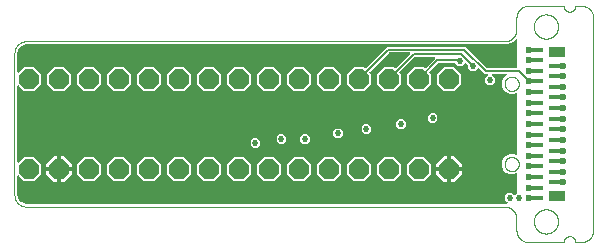
<source format=gbl>
G04 EAGLE Gerber RS-274X export*
G75*
%MOMM*%
%FSLAX34Y34*%
%LPD*%
%INBottom layer*%
%IPPOS*%
%AMOC8*
5,1,8,0,0,1.08239X$1,22.5*%
G01*
%ADD10C,0.000000*%
%ADD11C,0.452400*%
%ADD12R,1.450000X0.900000*%
%ADD13R,1.000000X0.450000*%
%ADD14C,0.600000*%
%ADD15P,1.814519X8X112.500000*%
%ADD16C,0.525000*%
%ADD17C,0.152400*%

G36*
X416824Y32552D02*
X416824Y32552D01*
X416895Y32554D01*
X416944Y32572D01*
X416996Y32580D01*
X417059Y32614D01*
X417126Y32639D01*
X417167Y32671D01*
X417213Y32696D01*
X417262Y32748D01*
X417318Y32792D01*
X417347Y32836D01*
X417382Y32874D01*
X417413Y32939D01*
X417451Y32999D01*
X417464Y33050D01*
X417486Y33097D01*
X417494Y33168D01*
X417511Y33238D01*
X417507Y33290D01*
X417513Y33341D01*
X417498Y33412D01*
X417492Y33483D01*
X417472Y33531D01*
X417461Y33582D01*
X417424Y33643D01*
X417396Y33709D01*
X417351Y33765D01*
X417335Y33793D01*
X417317Y33808D01*
X417291Y33840D01*
X415100Y36031D01*
X415100Y39469D01*
X417531Y41900D01*
X420969Y41900D01*
X422962Y39907D01*
X422978Y39895D01*
X422990Y39880D01*
X423078Y39824D01*
X423161Y39763D01*
X423180Y39758D01*
X423197Y39747D01*
X423298Y39721D01*
X423397Y39691D01*
X423416Y39692D01*
X423436Y39687D01*
X423539Y39695D01*
X423642Y39697D01*
X423661Y39704D01*
X423681Y39706D01*
X423776Y39746D01*
X423873Y39782D01*
X423889Y39794D01*
X423907Y39802D01*
X424038Y39907D01*
X425409Y41277D01*
X425460Y41305D01*
X425474Y41319D01*
X425491Y41329D01*
X425558Y41408D01*
X425630Y41483D01*
X425638Y41501D01*
X425651Y41516D01*
X425690Y41612D01*
X425733Y41706D01*
X425735Y41726D01*
X425743Y41744D01*
X425761Y41911D01*
X425761Y57588D01*
X425754Y57634D01*
X425756Y57680D01*
X425734Y57754D01*
X425722Y57831D01*
X425700Y57872D01*
X425687Y57916D01*
X425643Y57980D01*
X425606Y58049D01*
X425573Y58080D01*
X425547Y58118D01*
X425484Y58164D01*
X425428Y58218D01*
X425386Y58237D01*
X425350Y58265D01*
X425276Y58289D01*
X425205Y58322D01*
X425159Y58327D01*
X425116Y58341D01*
X425038Y58340D01*
X424961Y58349D01*
X424916Y58339D01*
X424870Y58338D01*
X424738Y58300D01*
X424720Y58296D01*
X424716Y58294D01*
X424709Y58292D01*
X422699Y57459D01*
X419301Y57459D01*
X416162Y58760D01*
X413760Y61162D01*
X412459Y64301D01*
X412459Y67699D01*
X413760Y70838D01*
X416162Y73240D01*
X419301Y74541D01*
X422699Y74541D01*
X424709Y73708D01*
X424753Y73698D01*
X424795Y73678D01*
X424872Y73670D01*
X424948Y73652D01*
X424994Y73656D01*
X425039Y73651D01*
X425116Y73668D01*
X425193Y73675D01*
X425235Y73694D01*
X425280Y73704D01*
X425347Y73744D01*
X425418Y73775D01*
X425452Y73806D01*
X425491Y73830D01*
X425542Y73889D01*
X425599Y73942D01*
X425621Y73982D01*
X425651Y74017D01*
X425680Y74089D01*
X425717Y74157D01*
X425726Y74202D01*
X425743Y74245D01*
X425758Y74381D01*
X425761Y74399D01*
X425760Y74404D01*
X425761Y74412D01*
X425761Y125588D01*
X425754Y125634D01*
X425756Y125680D01*
X425734Y125754D01*
X425722Y125831D01*
X425700Y125872D01*
X425687Y125916D01*
X425643Y125980D01*
X425606Y126049D01*
X425573Y126080D01*
X425547Y126118D01*
X425484Y126164D01*
X425428Y126218D01*
X425386Y126237D01*
X425350Y126265D01*
X425276Y126289D01*
X425205Y126322D01*
X425159Y126327D01*
X425116Y126341D01*
X425038Y126340D01*
X424961Y126349D01*
X424916Y126339D01*
X424870Y126338D01*
X424738Y126300D01*
X424720Y126296D01*
X424716Y126294D01*
X424709Y126292D01*
X422699Y125459D01*
X419301Y125459D01*
X416162Y126760D01*
X413760Y129162D01*
X412459Y132301D01*
X412459Y135699D01*
X413760Y138838D01*
X416162Y141240D01*
X416182Y141249D01*
X416265Y141300D01*
X416351Y141346D01*
X416369Y141364D01*
X416391Y141378D01*
X416453Y141453D01*
X416520Y141524D01*
X416531Y141548D01*
X416548Y141568D01*
X416583Y141659D01*
X416624Y141747D01*
X416627Y141773D01*
X416636Y141797D01*
X416640Y141895D01*
X416651Y141991D01*
X416645Y142017D01*
X416646Y142043D01*
X416619Y142137D01*
X416599Y142232D01*
X416585Y142254D01*
X416578Y142279D01*
X416522Y142359D01*
X416472Y142443D01*
X416453Y142460D01*
X416438Y142481D01*
X416360Y142539D01*
X416285Y142603D01*
X416261Y142613D01*
X416240Y142628D01*
X416148Y142658D01*
X416057Y142695D01*
X416025Y142698D01*
X416006Y142704D01*
X415974Y142704D01*
X415891Y142713D01*
X404993Y142713D01*
X404922Y142702D01*
X404851Y142700D01*
X404802Y142682D01*
X404750Y142674D01*
X404687Y142640D01*
X404620Y142615D01*
X404579Y142583D01*
X404533Y142558D01*
X404484Y142506D01*
X404428Y142462D01*
X404399Y142418D01*
X404364Y142380D01*
X404333Y142315D01*
X404295Y142255D01*
X404282Y142204D01*
X404260Y142157D01*
X404252Y142086D01*
X404235Y142016D01*
X404239Y141964D01*
X404233Y141913D01*
X404248Y141842D01*
X404254Y141771D01*
X404274Y141723D01*
X404285Y141672D01*
X404322Y141611D01*
X404350Y141545D01*
X404395Y141489D01*
X404411Y141461D01*
X404429Y141446D01*
X404455Y141414D01*
X406650Y139219D01*
X406650Y135781D01*
X404219Y133350D01*
X400781Y133350D01*
X398350Y135781D01*
X398350Y139219D01*
X400545Y141414D01*
X400587Y141472D01*
X400636Y141524D01*
X400658Y141571D01*
X400689Y141613D01*
X400710Y141682D01*
X400740Y141747D01*
X400746Y141799D01*
X400761Y141849D01*
X400759Y141920D01*
X400767Y141991D01*
X400756Y142042D01*
X400755Y142094D01*
X400730Y142162D01*
X400715Y142232D01*
X400688Y142277D01*
X400670Y142325D01*
X400625Y142381D01*
X400589Y142443D01*
X400549Y142477D01*
X400517Y142517D01*
X400456Y142556D01*
X400402Y142603D01*
X400353Y142622D01*
X400310Y142650D01*
X400240Y142668D01*
X400174Y142695D01*
X400102Y142703D01*
X400071Y142711D01*
X400048Y142709D01*
X400007Y142713D01*
X398053Y142713D01*
X396490Y144276D01*
X393356Y147410D01*
X393339Y147422D01*
X393327Y147438D01*
X393240Y147494D01*
X393156Y147554D01*
X393137Y147560D01*
X393120Y147571D01*
X393020Y147596D01*
X392921Y147626D01*
X392901Y147626D01*
X392882Y147631D01*
X392779Y147623D01*
X392675Y147620D01*
X392656Y147613D01*
X392636Y147612D01*
X392542Y147571D01*
X392444Y147536D01*
X392428Y147523D01*
X392410Y147515D01*
X392279Y147410D01*
X389719Y144850D01*
X386281Y144850D01*
X383850Y147281D01*
X383850Y149600D01*
X383836Y149691D01*
X383828Y149781D01*
X383816Y149811D01*
X383811Y149843D01*
X383768Y149924D01*
X383732Y150008D01*
X383706Y150040D01*
X383695Y150061D01*
X383672Y150083D01*
X383627Y150139D01*
X382356Y151410D01*
X382339Y151422D01*
X382327Y151438D01*
X382240Y151494D01*
X382156Y151554D01*
X382137Y151560D01*
X382120Y151571D01*
X382020Y151596D01*
X381921Y151626D01*
X381901Y151626D01*
X381882Y151631D01*
X381779Y151623D01*
X381675Y151620D01*
X381656Y151613D01*
X381636Y151612D01*
X381542Y151571D01*
X381444Y151536D01*
X381428Y151523D01*
X381410Y151515D01*
X381279Y151410D01*
X378719Y148850D01*
X375281Y148850D01*
X372641Y151490D01*
X372567Y151543D01*
X372498Y151603D01*
X372468Y151615D01*
X372441Y151634D01*
X372354Y151661D01*
X372270Y151695D01*
X372229Y151699D01*
X372206Y151706D01*
X372174Y151705D01*
X372103Y151713D01*
X359263Y151713D01*
X359172Y151699D01*
X359082Y151691D01*
X359052Y151679D01*
X359020Y151674D01*
X358939Y151631D01*
X358855Y151595D01*
X358823Y151569D01*
X358802Y151558D01*
X358780Y151535D01*
X358724Y151490D01*
X351410Y144176D01*
X351399Y144160D01*
X351383Y144148D01*
X351327Y144061D01*
X351267Y143977D01*
X351261Y143958D01*
X351250Y143941D01*
X351225Y143840D01*
X351194Y143742D01*
X351195Y143722D01*
X351190Y143702D01*
X351198Y143599D01*
X351201Y143496D01*
X351208Y143477D01*
X351209Y143457D01*
X351250Y143362D01*
X351285Y143265D01*
X351298Y143249D01*
X351306Y143231D01*
X351410Y143100D01*
X352307Y142204D01*
X352307Y133996D01*
X346504Y128193D01*
X338296Y128193D01*
X332493Y133996D01*
X332493Y142204D01*
X338296Y148007D01*
X346504Y148007D01*
X347100Y147410D01*
X347116Y147399D01*
X347128Y147383D01*
X347216Y147327D01*
X347300Y147267D01*
X347319Y147261D01*
X347335Y147250D01*
X347436Y147225D01*
X347535Y147194D01*
X347555Y147195D01*
X347574Y147190D01*
X347677Y147198D01*
X347781Y147201D01*
X347799Y147208D01*
X347819Y147209D01*
X347914Y147250D01*
X348012Y147285D01*
X348027Y147298D01*
X348045Y147306D01*
X348176Y147410D01*
X356180Y155414D01*
X356222Y155472D01*
X356271Y155524D01*
X356293Y155571D01*
X356323Y155613D01*
X356344Y155682D01*
X356375Y155747D01*
X356380Y155799D01*
X356396Y155849D01*
X356394Y155920D01*
X356402Y155991D01*
X356391Y156042D01*
X356389Y156094D01*
X356365Y156162D01*
X356350Y156232D01*
X356323Y156277D01*
X356305Y156325D01*
X356260Y156381D01*
X356223Y156443D01*
X356184Y156477D01*
X356151Y156517D01*
X356091Y156556D01*
X356036Y156603D01*
X355988Y156622D01*
X355944Y156650D01*
X355875Y156668D01*
X355808Y156695D01*
X355737Y156703D01*
X355706Y156711D01*
X355682Y156709D01*
X355642Y156713D01*
X339163Y156713D01*
X339072Y156699D01*
X338982Y156691D01*
X338952Y156679D01*
X338920Y156674D01*
X338839Y156631D01*
X338755Y156595D01*
X338723Y156569D01*
X338702Y156558D01*
X338680Y156535D01*
X338624Y156490D01*
X326160Y144026D01*
X326149Y144010D01*
X326133Y143998D01*
X326077Y143911D01*
X326017Y143827D01*
X326011Y143808D01*
X326000Y143791D01*
X325975Y143690D01*
X325944Y143592D01*
X325945Y143572D01*
X325940Y143552D01*
X325948Y143449D01*
X325951Y143346D01*
X325958Y143327D01*
X325959Y143307D01*
X326000Y143212D01*
X326035Y143115D01*
X326048Y143099D01*
X326056Y143081D01*
X326160Y142950D01*
X326907Y142204D01*
X326907Y133996D01*
X321104Y128193D01*
X312896Y128193D01*
X307093Y133996D01*
X307093Y142204D01*
X312896Y148007D01*
X321104Y148007D01*
X321850Y147260D01*
X321866Y147249D01*
X321878Y147233D01*
X321966Y147177D01*
X322050Y147117D01*
X322069Y147111D01*
X322085Y147100D01*
X322186Y147075D01*
X322285Y147044D01*
X322305Y147045D01*
X322324Y147040D01*
X322427Y147048D01*
X322531Y147051D01*
X322549Y147058D01*
X322569Y147059D01*
X322664Y147100D01*
X322762Y147135D01*
X322777Y147148D01*
X322795Y147156D01*
X322926Y147260D01*
X335080Y159414D01*
X335122Y159472D01*
X335171Y159524D01*
X335193Y159571D01*
X335223Y159613D01*
X335244Y159682D01*
X335275Y159747D01*
X335280Y159799D01*
X335296Y159849D01*
X335294Y159920D01*
X335302Y159991D01*
X335291Y160042D01*
X335289Y160094D01*
X335265Y160162D01*
X335250Y160232D01*
X335223Y160277D01*
X335205Y160325D01*
X335160Y160381D01*
X335123Y160443D01*
X335084Y160477D01*
X335051Y160517D01*
X334991Y160556D01*
X334936Y160603D01*
X334888Y160622D01*
X334844Y160650D01*
X334775Y160668D01*
X334708Y160695D01*
X334637Y160703D01*
X334606Y160711D01*
X334582Y160709D01*
X334542Y160713D01*
X317763Y160713D01*
X317672Y160699D01*
X317582Y160691D01*
X317552Y160679D01*
X317520Y160674D01*
X317439Y160631D01*
X317355Y160595D01*
X317323Y160569D01*
X317302Y160558D01*
X317280Y160535D01*
X317224Y160490D01*
X300760Y144026D01*
X300749Y144010D01*
X300733Y143998D01*
X300677Y143910D01*
X300617Y143827D01*
X300611Y143808D01*
X300600Y143791D01*
X300575Y143690D01*
X300544Y143592D01*
X300545Y143572D01*
X300540Y143552D01*
X300548Y143449D01*
X300551Y143346D01*
X300558Y143327D01*
X300559Y143307D01*
X300600Y143212D01*
X300635Y143115D01*
X300648Y143099D01*
X300656Y143081D01*
X300760Y142950D01*
X301507Y142204D01*
X301507Y133996D01*
X295704Y128193D01*
X287496Y128193D01*
X281693Y133996D01*
X281693Y142204D01*
X287496Y148007D01*
X295704Y148007D01*
X296450Y147260D01*
X296466Y147249D01*
X296479Y147233D01*
X296566Y147177D01*
X296650Y147117D01*
X296669Y147111D01*
X296685Y147100D01*
X296786Y147075D01*
X296885Y147044D01*
X296905Y147045D01*
X296924Y147040D01*
X297027Y147048D01*
X297131Y147051D01*
X297149Y147058D01*
X297169Y147059D01*
X297264Y147100D01*
X297362Y147135D01*
X297377Y147148D01*
X297395Y147156D01*
X297526Y147260D01*
X313990Y163724D01*
X315553Y165287D01*
X381947Y165287D01*
X399724Y147510D01*
X399798Y147457D01*
X399868Y147397D01*
X399898Y147385D01*
X399924Y147366D01*
X400011Y147339D01*
X400096Y147305D01*
X400137Y147301D01*
X400159Y147294D01*
X400191Y147295D01*
X400263Y147287D01*
X425000Y147287D01*
X425020Y147290D01*
X425039Y147288D01*
X425141Y147310D01*
X425243Y147326D01*
X425260Y147336D01*
X425280Y147340D01*
X425369Y147393D01*
X425460Y147442D01*
X425474Y147456D01*
X425491Y147466D01*
X425558Y147545D01*
X425630Y147620D01*
X425638Y147638D01*
X425651Y147653D01*
X425690Y147749D01*
X425733Y147843D01*
X425735Y147863D01*
X425743Y147881D01*
X425761Y148048D01*
X425761Y171188D01*
X425750Y171259D01*
X425748Y171331D01*
X425730Y171380D01*
X425722Y171431D01*
X425688Y171494D01*
X425663Y171562D01*
X425631Y171602D01*
X425606Y171648D01*
X425555Y171698D01*
X425510Y171754D01*
X425466Y171782D01*
X425428Y171818D01*
X425363Y171848D01*
X425303Y171887D01*
X425252Y171899D01*
X425205Y171921D01*
X425134Y171929D01*
X425064Y171947D01*
X425012Y171943D01*
X424961Y171948D01*
X424890Y171933D01*
X424819Y171928D01*
X424771Y171907D01*
X424720Y171896D01*
X424659Y171859D01*
X424593Y171831D01*
X424537Y171786D01*
X424509Y171770D01*
X424494Y171752D01*
X424462Y171726D01*
X422104Y169369D01*
X417494Y167459D01*
X10000Y167459D01*
X9974Y167455D01*
X9925Y167456D01*
X8619Y167327D01*
X8591Y167320D01*
X8563Y167319D01*
X8402Y167273D01*
X5987Y166273D01*
X5932Y166238D01*
X5871Y166212D01*
X5807Y166160D01*
X5778Y166143D01*
X5766Y166128D01*
X5741Y166107D01*
X3893Y164259D01*
X3854Y164206D01*
X3808Y164159D01*
X3768Y164086D01*
X3749Y164060D01*
X3743Y164041D01*
X3727Y164013D01*
X2727Y161598D01*
X2721Y161570D01*
X2708Y161545D01*
X2673Y161381D01*
X2544Y160075D01*
X2546Y160048D01*
X2541Y160000D01*
X2541Y144289D01*
X2552Y144218D01*
X2554Y144146D01*
X2572Y144097D01*
X2580Y144046D01*
X2614Y143983D01*
X2639Y143915D01*
X2671Y143875D01*
X2696Y143829D01*
X2748Y143779D01*
X2792Y143723D01*
X2836Y143695D01*
X2874Y143659D01*
X2939Y143629D01*
X2999Y143590D01*
X3050Y143578D01*
X3097Y143556D01*
X3168Y143548D01*
X3238Y143530D01*
X3290Y143534D01*
X3341Y143529D01*
X3412Y143544D01*
X3483Y143549D01*
X3531Y143570D01*
X3582Y143581D01*
X3643Y143618D01*
X3709Y143646D01*
X3765Y143690D01*
X3793Y143707D01*
X3808Y143725D01*
X3840Y143750D01*
X8096Y148007D01*
X16304Y148007D01*
X22107Y142204D01*
X22107Y133996D01*
X16304Y128193D01*
X8096Y128193D01*
X3840Y132450D01*
X3782Y132491D01*
X3730Y132541D01*
X3683Y132563D01*
X3641Y132593D01*
X3572Y132614D01*
X3507Y132644D01*
X3455Y132650D01*
X3405Y132665D01*
X3334Y132664D01*
X3263Y132671D01*
X3212Y132660D01*
X3160Y132659D01*
X3092Y132634D01*
X3022Y132619D01*
X2977Y132592D01*
X2929Y132575D01*
X2873Y132530D01*
X2811Y132493D01*
X2777Y132453D01*
X2737Y132421D01*
X2698Y132361D01*
X2651Y132306D01*
X2632Y132258D01*
X2604Y132214D01*
X2586Y132145D01*
X2559Y132078D01*
X2551Y132007D01*
X2543Y131975D01*
X2545Y131952D01*
X2541Y131911D01*
X2541Y68089D01*
X2552Y68018D01*
X2554Y67946D01*
X2572Y67897D01*
X2580Y67846D01*
X2614Y67783D01*
X2639Y67715D01*
X2671Y67675D01*
X2696Y67629D01*
X2748Y67579D01*
X2792Y67523D01*
X2836Y67495D01*
X2874Y67459D01*
X2939Y67429D01*
X2999Y67390D01*
X3050Y67378D01*
X3097Y67356D01*
X3168Y67348D01*
X3238Y67330D01*
X3290Y67334D01*
X3341Y67329D01*
X3412Y67344D01*
X3483Y67349D01*
X3531Y67370D01*
X3582Y67381D01*
X3643Y67418D01*
X3709Y67446D01*
X3765Y67490D01*
X3793Y67507D01*
X3808Y67525D01*
X3840Y67550D01*
X8096Y71807D01*
X16304Y71807D01*
X22107Y66004D01*
X22107Y57796D01*
X16304Y51993D01*
X8096Y51993D01*
X3840Y56250D01*
X3782Y56291D01*
X3730Y56341D01*
X3683Y56363D01*
X3641Y56393D01*
X3572Y56414D01*
X3507Y56444D01*
X3455Y56450D01*
X3405Y56465D01*
X3334Y56464D01*
X3263Y56471D01*
X3212Y56460D01*
X3160Y56459D01*
X3092Y56434D01*
X3022Y56419D01*
X2977Y56392D01*
X2929Y56375D01*
X2873Y56330D01*
X2811Y56293D01*
X2777Y56253D01*
X2737Y56221D01*
X2698Y56161D01*
X2651Y56106D01*
X2632Y56058D01*
X2604Y56014D01*
X2586Y55945D01*
X2559Y55878D01*
X2551Y55807D01*
X2543Y55775D01*
X2545Y55752D01*
X2541Y55711D01*
X2541Y40000D01*
X2545Y39974D01*
X2544Y39925D01*
X2673Y38619D01*
X2680Y38591D01*
X2681Y38563D01*
X2727Y38402D01*
X3727Y35987D01*
X3762Y35932D01*
X3788Y35871D01*
X3840Y35807D01*
X3857Y35778D01*
X3872Y35766D01*
X3893Y35741D01*
X5741Y33893D01*
X5794Y33854D01*
X5841Y33808D01*
X5914Y33768D01*
X5940Y33749D01*
X5959Y33743D01*
X5987Y33727D01*
X8402Y32727D01*
X8430Y32721D01*
X8455Y32708D01*
X8619Y32673D01*
X9925Y32544D01*
X9952Y32546D01*
X10000Y32541D01*
X416753Y32541D01*
X416824Y32552D01*
G37*
%LPC*%
G36*
X33496Y128193D02*
X33496Y128193D01*
X27693Y133996D01*
X27693Y142204D01*
X33496Y148007D01*
X41704Y148007D01*
X47507Y142204D01*
X47507Y133996D01*
X41704Y128193D01*
X33496Y128193D01*
G37*
%LPD*%
%LPC*%
G36*
X185896Y128193D02*
X185896Y128193D01*
X180093Y133996D01*
X180093Y142204D01*
X185896Y148007D01*
X194104Y148007D01*
X199907Y142204D01*
X199907Y133996D01*
X194104Y128193D01*
X185896Y128193D01*
G37*
%LPD*%
%LPC*%
G36*
X135096Y128193D02*
X135096Y128193D01*
X129293Y133996D01*
X129293Y142204D01*
X135096Y148007D01*
X143304Y148007D01*
X149107Y142204D01*
X149107Y133996D01*
X143304Y128193D01*
X135096Y128193D01*
G37*
%LPD*%
%LPC*%
G36*
X160496Y128193D02*
X160496Y128193D01*
X154693Y133996D01*
X154693Y142204D01*
X160496Y148007D01*
X168704Y148007D01*
X174507Y142204D01*
X174507Y133996D01*
X168704Y128193D01*
X160496Y128193D01*
G37*
%LPD*%
%LPC*%
G36*
X211296Y128193D02*
X211296Y128193D01*
X205493Y133996D01*
X205493Y142204D01*
X211296Y148007D01*
X219504Y148007D01*
X225307Y142204D01*
X225307Y133996D01*
X219504Y128193D01*
X211296Y128193D01*
G37*
%LPD*%
%LPC*%
G36*
X109696Y128193D02*
X109696Y128193D01*
X103893Y133996D01*
X103893Y142204D01*
X109696Y148007D01*
X117904Y148007D01*
X123707Y142204D01*
X123707Y133996D01*
X117904Y128193D01*
X109696Y128193D01*
G37*
%LPD*%
%LPC*%
G36*
X236696Y128193D02*
X236696Y128193D01*
X230893Y133996D01*
X230893Y142204D01*
X236696Y148007D01*
X244904Y148007D01*
X250707Y142204D01*
X250707Y133996D01*
X244904Y128193D01*
X236696Y128193D01*
G37*
%LPD*%
%LPC*%
G36*
X262096Y128193D02*
X262096Y128193D01*
X256293Y133996D01*
X256293Y142204D01*
X262096Y148007D01*
X270304Y148007D01*
X276107Y142204D01*
X276107Y133996D01*
X270304Y128193D01*
X262096Y128193D01*
G37*
%LPD*%
%LPC*%
G36*
X363696Y128193D02*
X363696Y128193D01*
X357893Y133996D01*
X357893Y142204D01*
X363696Y148007D01*
X371904Y148007D01*
X377707Y142204D01*
X377707Y133996D01*
X371904Y128193D01*
X363696Y128193D01*
G37*
%LPD*%
%LPC*%
G36*
X84296Y128193D02*
X84296Y128193D01*
X78493Y133996D01*
X78493Y142204D01*
X84296Y148007D01*
X92504Y148007D01*
X98307Y142204D01*
X98307Y133996D01*
X92504Y128193D01*
X84296Y128193D01*
G37*
%LPD*%
%LPC*%
G36*
X58896Y128193D02*
X58896Y128193D01*
X53093Y133996D01*
X53093Y142204D01*
X58896Y148007D01*
X67104Y148007D01*
X72907Y142204D01*
X72907Y133996D01*
X67104Y128193D01*
X58896Y128193D01*
G37*
%LPD*%
%LPC*%
G36*
X160496Y51993D02*
X160496Y51993D01*
X154693Y57796D01*
X154693Y66004D01*
X160496Y71807D01*
X168704Y71807D01*
X174507Y66004D01*
X174507Y57796D01*
X168704Y51993D01*
X160496Y51993D01*
G37*
%LPD*%
%LPC*%
G36*
X135096Y51993D02*
X135096Y51993D01*
X129293Y57796D01*
X129293Y66004D01*
X135096Y71807D01*
X143304Y71807D01*
X149107Y66004D01*
X149107Y57796D01*
X143304Y51993D01*
X135096Y51993D01*
G37*
%LPD*%
%LPC*%
G36*
X109696Y51993D02*
X109696Y51993D01*
X103893Y57796D01*
X103893Y66004D01*
X109696Y71807D01*
X117904Y71807D01*
X123707Y66004D01*
X123707Y57796D01*
X117904Y51993D01*
X109696Y51993D01*
G37*
%LPD*%
%LPC*%
G36*
X84296Y51993D02*
X84296Y51993D01*
X78493Y57796D01*
X78493Y66004D01*
X84296Y71807D01*
X92504Y71807D01*
X98307Y66004D01*
X98307Y57796D01*
X92504Y51993D01*
X84296Y51993D01*
G37*
%LPD*%
%LPC*%
G36*
X58896Y51993D02*
X58896Y51993D01*
X53093Y57796D01*
X53093Y66004D01*
X58896Y71807D01*
X67104Y71807D01*
X72907Y66004D01*
X72907Y57796D01*
X67104Y51993D01*
X58896Y51993D01*
G37*
%LPD*%
%LPC*%
G36*
X338296Y51993D02*
X338296Y51993D01*
X332493Y57796D01*
X332493Y66004D01*
X338296Y71807D01*
X346504Y71807D01*
X352307Y66004D01*
X352307Y57796D01*
X346504Y51993D01*
X338296Y51993D01*
G37*
%LPD*%
%LPC*%
G36*
X185896Y51993D02*
X185896Y51993D01*
X180093Y57796D01*
X180093Y66004D01*
X185896Y71807D01*
X194104Y71807D01*
X199907Y66004D01*
X199907Y57796D01*
X194104Y51993D01*
X185896Y51993D01*
G37*
%LPD*%
%LPC*%
G36*
X211296Y51993D02*
X211296Y51993D01*
X205493Y57796D01*
X205493Y66004D01*
X211296Y71807D01*
X219504Y71807D01*
X225307Y66004D01*
X225307Y57796D01*
X219504Y51993D01*
X211296Y51993D01*
G37*
%LPD*%
%LPC*%
G36*
X312896Y51993D02*
X312896Y51993D01*
X307093Y57796D01*
X307093Y66004D01*
X312896Y71807D01*
X321104Y71807D01*
X326907Y66004D01*
X326907Y57796D01*
X321104Y51993D01*
X312896Y51993D01*
G37*
%LPD*%
%LPC*%
G36*
X287496Y51993D02*
X287496Y51993D01*
X281693Y57796D01*
X281693Y66004D01*
X287496Y71807D01*
X295704Y71807D01*
X301507Y66004D01*
X301507Y57796D01*
X295704Y51993D01*
X287496Y51993D01*
G37*
%LPD*%
%LPC*%
G36*
X262096Y51993D02*
X262096Y51993D01*
X256293Y57796D01*
X256293Y66004D01*
X262096Y71807D01*
X270304Y71807D01*
X276107Y66004D01*
X276107Y57796D01*
X270304Y51993D01*
X262096Y51993D01*
G37*
%LPD*%
%LPC*%
G36*
X236696Y51993D02*
X236696Y51993D01*
X230893Y57796D01*
X230893Y66004D01*
X236696Y71807D01*
X244904Y71807D01*
X250707Y66004D01*
X250707Y57796D01*
X244904Y51993D01*
X236696Y51993D01*
G37*
%LPD*%
%LPC*%
G36*
X369323Y63423D02*
X369323Y63423D01*
X369323Y72823D01*
X372324Y72823D01*
X378723Y66424D01*
X378723Y63423D01*
X369323Y63423D01*
G37*
%LPD*%
%LPC*%
G36*
X39123Y63423D02*
X39123Y63423D01*
X39123Y72823D01*
X42124Y72823D01*
X48523Y66424D01*
X48523Y63423D01*
X39123Y63423D01*
G37*
%LPD*%
%LPC*%
G36*
X26677Y63423D02*
X26677Y63423D01*
X26677Y66424D01*
X33076Y72823D01*
X36077Y72823D01*
X36077Y63423D01*
X26677Y63423D01*
G37*
%LPD*%
%LPC*%
G36*
X356877Y63423D02*
X356877Y63423D01*
X356877Y66424D01*
X363276Y72823D01*
X366277Y72823D01*
X366277Y63423D01*
X356877Y63423D01*
G37*
%LPD*%
%LPC*%
G36*
X369323Y50977D02*
X369323Y50977D01*
X369323Y60377D01*
X378723Y60377D01*
X378723Y57376D01*
X372324Y50977D01*
X369323Y50977D01*
G37*
%LPD*%
%LPC*%
G36*
X39123Y50977D02*
X39123Y50977D01*
X39123Y60377D01*
X48523Y60377D01*
X48523Y57376D01*
X42124Y50977D01*
X39123Y50977D01*
G37*
%LPD*%
%LPC*%
G36*
X363276Y50977D02*
X363276Y50977D01*
X356877Y57376D01*
X356877Y60377D01*
X366277Y60377D01*
X366277Y50977D01*
X363276Y50977D01*
G37*
%LPD*%
%LPC*%
G36*
X33076Y50977D02*
X33076Y50977D01*
X26677Y57376D01*
X26677Y60377D01*
X36077Y60377D01*
X36077Y50977D01*
X33076Y50977D01*
G37*
%LPD*%
%LPC*%
G36*
X296281Y91850D02*
X296281Y91850D01*
X293850Y94281D01*
X293850Y97719D01*
X296281Y100150D01*
X299719Y100150D01*
X302150Y97719D01*
X302150Y94281D01*
X299719Y91850D01*
X296281Y91850D01*
G37*
%LPD*%
%LPC*%
G36*
X325281Y95850D02*
X325281Y95850D01*
X322850Y98281D01*
X322850Y101719D01*
X325281Y104150D01*
X328719Y104150D01*
X331150Y101719D01*
X331150Y98281D01*
X328719Y95850D01*
X325281Y95850D01*
G37*
%LPD*%
%LPC*%
G36*
X244281Y82850D02*
X244281Y82850D01*
X241850Y85281D01*
X241850Y88719D01*
X244281Y91150D01*
X247719Y91150D01*
X250150Y88719D01*
X250150Y85281D01*
X247719Y82850D01*
X244281Y82850D01*
G37*
%LPD*%
%LPC*%
G36*
X352281Y100850D02*
X352281Y100850D01*
X349850Y103281D01*
X349850Y106719D01*
X352281Y109150D01*
X355719Y109150D01*
X358150Y106719D01*
X358150Y103281D01*
X355719Y100850D01*
X352281Y100850D01*
G37*
%LPD*%
%LPC*%
G36*
X224281Y82850D02*
X224281Y82850D01*
X221850Y85281D01*
X221850Y88719D01*
X224281Y91150D01*
X227719Y91150D01*
X230150Y88719D01*
X230150Y85281D01*
X227719Y82850D01*
X224281Y82850D01*
G37*
%LPD*%
%LPC*%
G36*
X202281Y79850D02*
X202281Y79850D01*
X199850Y82281D01*
X199850Y85719D01*
X202281Y88150D01*
X205719Y88150D01*
X208150Y85719D01*
X208150Y82281D01*
X205719Y79850D01*
X202281Y79850D01*
G37*
%LPD*%
%LPC*%
G36*
X272281Y87850D02*
X272281Y87850D01*
X269850Y90281D01*
X269850Y93719D01*
X272281Y96150D01*
X275719Y96150D01*
X278150Y93719D01*
X278150Y90281D01*
X275719Y87850D01*
X272281Y87850D01*
G37*
%LPD*%
%LPC*%
G36*
X367799Y61899D02*
X367799Y61899D01*
X367799Y61901D01*
X367801Y61901D01*
X367801Y61899D01*
X367799Y61899D01*
G37*
%LPD*%
%LPC*%
G36*
X37599Y61899D02*
X37599Y61899D01*
X37599Y61901D01*
X37601Y61901D01*
X37601Y61899D01*
X37599Y61899D01*
G37*
%LPD*%
D10*
X10000Y170000D02*
X415000Y170000D01*
X415242Y170003D01*
X415483Y170012D01*
X415724Y170026D01*
X415965Y170047D01*
X416205Y170073D01*
X416445Y170105D01*
X416684Y170143D01*
X416921Y170186D01*
X417158Y170236D01*
X417393Y170291D01*
X417627Y170351D01*
X417859Y170418D01*
X418090Y170489D01*
X418319Y170567D01*
X418546Y170650D01*
X418771Y170738D01*
X418994Y170832D01*
X419214Y170931D01*
X419432Y171036D01*
X419647Y171145D01*
X419860Y171260D01*
X420070Y171380D01*
X420276Y171505D01*
X420480Y171635D01*
X420681Y171770D01*
X420878Y171910D01*
X421072Y172054D01*
X421262Y172203D01*
X421448Y172357D01*
X421631Y172515D01*
X421810Y172677D01*
X421985Y172844D01*
X422156Y173015D01*
X422323Y173190D01*
X422485Y173369D01*
X422643Y173552D01*
X422797Y173738D01*
X422946Y173928D01*
X423090Y174122D01*
X423230Y174319D01*
X423365Y174520D01*
X423495Y174724D01*
X423620Y174930D01*
X423740Y175140D01*
X423855Y175353D01*
X423964Y175568D01*
X424069Y175786D01*
X424168Y176006D01*
X424262Y176229D01*
X424350Y176454D01*
X424433Y176681D01*
X424511Y176910D01*
X424582Y177141D01*
X424649Y177373D01*
X424709Y177607D01*
X424764Y177842D01*
X424814Y178079D01*
X424857Y178316D01*
X424895Y178555D01*
X424927Y178795D01*
X424953Y179035D01*
X424974Y179276D01*
X424988Y179517D01*
X424997Y179758D01*
X425000Y180000D01*
X425000Y190000D01*
X10000Y170000D02*
X9758Y169997D01*
X9517Y169988D01*
X9276Y169974D01*
X9035Y169953D01*
X8795Y169927D01*
X8555Y169895D01*
X8316Y169857D01*
X8079Y169814D01*
X7842Y169764D01*
X7607Y169709D01*
X7373Y169649D01*
X7141Y169582D01*
X6910Y169511D01*
X6681Y169433D01*
X6454Y169350D01*
X6229Y169262D01*
X6006Y169168D01*
X5786Y169069D01*
X5568Y168964D01*
X5353Y168855D01*
X5140Y168740D01*
X4930Y168620D01*
X4724Y168495D01*
X4520Y168365D01*
X4319Y168230D01*
X4122Y168090D01*
X3928Y167946D01*
X3738Y167797D01*
X3552Y167643D01*
X3369Y167485D01*
X3190Y167323D01*
X3015Y167156D01*
X2844Y166985D01*
X2677Y166810D01*
X2515Y166631D01*
X2357Y166448D01*
X2203Y166262D01*
X2054Y166072D01*
X1910Y165878D01*
X1770Y165681D01*
X1635Y165480D01*
X1505Y165276D01*
X1380Y165070D01*
X1260Y164860D01*
X1145Y164647D01*
X1036Y164432D01*
X931Y164214D01*
X832Y163994D01*
X738Y163771D01*
X650Y163546D01*
X567Y163319D01*
X489Y163090D01*
X418Y162859D01*
X351Y162627D01*
X291Y162393D01*
X236Y162158D01*
X186Y161921D01*
X143Y161684D01*
X105Y161445D01*
X73Y161205D01*
X47Y160965D01*
X26Y160724D01*
X12Y160483D01*
X3Y160242D01*
X0Y160000D01*
X0Y40000D01*
X3Y39758D01*
X12Y39517D01*
X26Y39276D01*
X47Y39035D01*
X73Y38795D01*
X105Y38555D01*
X143Y38316D01*
X186Y38079D01*
X236Y37842D01*
X291Y37607D01*
X351Y37373D01*
X418Y37141D01*
X489Y36910D01*
X567Y36681D01*
X650Y36454D01*
X738Y36229D01*
X832Y36006D01*
X931Y35786D01*
X1036Y35568D01*
X1145Y35353D01*
X1260Y35140D01*
X1380Y34930D01*
X1505Y34724D01*
X1635Y34520D01*
X1770Y34319D01*
X1910Y34122D01*
X2054Y33928D01*
X2203Y33738D01*
X2357Y33552D01*
X2515Y33369D01*
X2677Y33190D01*
X2844Y33015D01*
X3015Y32844D01*
X3190Y32677D01*
X3369Y32515D01*
X3552Y32357D01*
X3738Y32203D01*
X3928Y32054D01*
X4122Y31910D01*
X4319Y31770D01*
X4520Y31635D01*
X4724Y31505D01*
X4930Y31380D01*
X5140Y31260D01*
X5353Y31145D01*
X5568Y31036D01*
X5786Y30931D01*
X6006Y30832D01*
X6229Y30738D01*
X6454Y30650D01*
X6681Y30567D01*
X6910Y30489D01*
X7141Y30418D01*
X7373Y30351D01*
X7607Y30291D01*
X7842Y30236D01*
X8079Y30186D01*
X8316Y30143D01*
X8555Y30105D01*
X8795Y30073D01*
X9035Y30047D01*
X9276Y30026D01*
X9517Y30012D01*
X9758Y30003D01*
X10000Y30000D01*
X425000Y20000D02*
X425000Y10000D01*
X425000Y20000D02*
X424997Y20242D01*
X424988Y20483D01*
X424974Y20724D01*
X424953Y20965D01*
X424927Y21205D01*
X424895Y21445D01*
X424857Y21684D01*
X424814Y21921D01*
X424764Y22158D01*
X424709Y22393D01*
X424649Y22627D01*
X424582Y22859D01*
X424511Y23090D01*
X424433Y23319D01*
X424350Y23546D01*
X424262Y23771D01*
X424168Y23994D01*
X424069Y24214D01*
X423964Y24432D01*
X423855Y24647D01*
X423740Y24860D01*
X423620Y25070D01*
X423495Y25276D01*
X423365Y25480D01*
X423230Y25681D01*
X423090Y25878D01*
X422946Y26072D01*
X422797Y26262D01*
X422643Y26448D01*
X422485Y26631D01*
X422323Y26810D01*
X422156Y26985D01*
X421985Y27156D01*
X421810Y27323D01*
X421631Y27485D01*
X421448Y27643D01*
X421262Y27797D01*
X421072Y27946D01*
X420878Y28090D01*
X420681Y28230D01*
X420480Y28365D01*
X420276Y28495D01*
X420070Y28620D01*
X419860Y28740D01*
X419647Y28855D01*
X419432Y28964D01*
X419214Y29069D01*
X418994Y29168D01*
X418771Y29262D01*
X418546Y29350D01*
X418319Y29433D01*
X418090Y29511D01*
X417859Y29582D01*
X417627Y29649D01*
X417393Y29709D01*
X417158Y29764D01*
X416921Y29814D01*
X416684Y29857D01*
X416445Y29895D01*
X416205Y29927D01*
X415965Y29953D01*
X415724Y29974D01*
X415483Y29988D01*
X415242Y29997D01*
X415000Y30000D01*
X10000Y30000D01*
X415000Y134000D02*
X415002Y134154D01*
X415008Y134309D01*
X415018Y134463D01*
X415032Y134617D01*
X415050Y134770D01*
X415071Y134923D01*
X415097Y135076D01*
X415127Y135227D01*
X415160Y135378D01*
X415198Y135528D01*
X415239Y135677D01*
X415284Y135825D01*
X415333Y135971D01*
X415386Y136117D01*
X415442Y136260D01*
X415502Y136403D01*
X415566Y136543D01*
X415633Y136683D01*
X415704Y136820D01*
X415778Y136955D01*
X415856Y137089D01*
X415937Y137220D01*
X416022Y137349D01*
X416110Y137477D01*
X416201Y137601D01*
X416295Y137724D01*
X416393Y137844D01*
X416493Y137961D01*
X416597Y138076D01*
X416703Y138188D01*
X416812Y138297D01*
X416924Y138403D01*
X417039Y138507D01*
X417156Y138607D01*
X417276Y138705D01*
X417399Y138799D01*
X417523Y138890D01*
X417651Y138978D01*
X417780Y139063D01*
X417911Y139144D01*
X418045Y139222D01*
X418180Y139296D01*
X418317Y139367D01*
X418457Y139434D01*
X418597Y139498D01*
X418740Y139558D01*
X418883Y139614D01*
X419029Y139667D01*
X419175Y139716D01*
X419323Y139761D01*
X419472Y139802D01*
X419622Y139840D01*
X419773Y139873D01*
X419924Y139903D01*
X420077Y139929D01*
X420230Y139950D01*
X420383Y139968D01*
X420537Y139982D01*
X420691Y139992D01*
X420846Y139998D01*
X421000Y140000D01*
X421154Y139998D01*
X421309Y139992D01*
X421463Y139982D01*
X421617Y139968D01*
X421770Y139950D01*
X421923Y139929D01*
X422076Y139903D01*
X422227Y139873D01*
X422378Y139840D01*
X422528Y139802D01*
X422677Y139761D01*
X422825Y139716D01*
X422971Y139667D01*
X423117Y139614D01*
X423260Y139558D01*
X423403Y139498D01*
X423543Y139434D01*
X423683Y139367D01*
X423820Y139296D01*
X423955Y139222D01*
X424089Y139144D01*
X424220Y139063D01*
X424349Y138978D01*
X424477Y138890D01*
X424601Y138799D01*
X424724Y138705D01*
X424844Y138607D01*
X424961Y138507D01*
X425076Y138403D01*
X425188Y138297D01*
X425297Y138188D01*
X425403Y138076D01*
X425507Y137961D01*
X425607Y137844D01*
X425705Y137724D01*
X425799Y137601D01*
X425890Y137477D01*
X425978Y137349D01*
X426063Y137220D01*
X426144Y137089D01*
X426222Y136955D01*
X426296Y136820D01*
X426367Y136683D01*
X426434Y136543D01*
X426498Y136403D01*
X426558Y136260D01*
X426614Y136117D01*
X426667Y135971D01*
X426716Y135825D01*
X426761Y135677D01*
X426802Y135528D01*
X426840Y135378D01*
X426873Y135227D01*
X426903Y135076D01*
X426929Y134923D01*
X426950Y134770D01*
X426968Y134617D01*
X426982Y134463D01*
X426992Y134309D01*
X426998Y134154D01*
X427000Y134000D01*
X426998Y133846D01*
X426992Y133691D01*
X426982Y133537D01*
X426968Y133383D01*
X426950Y133230D01*
X426929Y133077D01*
X426903Y132924D01*
X426873Y132773D01*
X426840Y132622D01*
X426802Y132472D01*
X426761Y132323D01*
X426716Y132175D01*
X426667Y132029D01*
X426614Y131883D01*
X426558Y131740D01*
X426498Y131597D01*
X426434Y131457D01*
X426367Y131317D01*
X426296Y131180D01*
X426222Y131045D01*
X426144Y130911D01*
X426063Y130780D01*
X425978Y130651D01*
X425890Y130523D01*
X425799Y130399D01*
X425705Y130276D01*
X425607Y130156D01*
X425507Y130039D01*
X425403Y129924D01*
X425297Y129812D01*
X425188Y129703D01*
X425076Y129597D01*
X424961Y129493D01*
X424844Y129393D01*
X424724Y129295D01*
X424601Y129201D01*
X424477Y129110D01*
X424349Y129022D01*
X424220Y128937D01*
X424089Y128856D01*
X423955Y128778D01*
X423820Y128704D01*
X423683Y128633D01*
X423543Y128566D01*
X423403Y128502D01*
X423260Y128442D01*
X423117Y128386D01*
X422971Y128333D01*
X422825Y128284D01*
X422677Y128239D01*
X422528Y128198D01*
X422378Y128160D01*
X422227Y128127D01*
X422076Y128097D01*
X421923Y128071D01*
X421770Y128050D01*
X421617Y128032D01*
X421463Y128018D01*
X421309Y128008D01*
X421154Y128002D01*
X421000Y128000D01*
X420846Y128002D01*
X420691Y128008D01*
X420537Y128018D01*
X420383Y128032D01*
X420230Y128050D01*
X420077Y128071D01*
X419924Y128097D01*
X419773Y128127D01*
X419622Y128160D01*
X419472Y128198D01*
X419323Y128239D01*
X419175Y128284D01*
X419029Y128333D01*
X418883Y128386D01*
X418740Y128442D01*
X418597Y128502D01*
X418457Y128566D01*
X418317Y128633D01*
X418180Y128704D01*
X418045Y128778D01*
X417911Y128856D01*
X417780Y128937D01*
X417651Y129022D01*
X417523Y129110D01*
X417399Y129201D01*
X417276Y129295D01*
X417156Y129393D01*
X417039Y129493D01*
X416924Y129597D01*
X416812Y129703D01*
X416703Y129812D01*
X416597Y129924D01*
X416493Y130039D01*
X416393Y130156D01*
X416295Y130276D01*
X416201Y130399D01*
X416110Y130523D01*
X416022Y130651D01*
X415937Y130780D01*
X415856Y130911D01*
X415778Y131045D01*
X415704Y131180D01*
X415633Y131317D01*
X415566Y131457D01*
X415502Y131597D01*
X415442Y131740D01*
X415386Y131883D01*
X415333Y132029D01*
X415284Y132175D01*
X415239Y132323D01*
X415198Y132472D01*
X415160Y132622D01*
X415127Y132773D01*
X415097Y132924D01*
X415071Y133077D01*
X415050Y133230D01*
X415032Y133383D01*
X415018Y133537D01*
X415008Y133691D01*
X415002Y133846D01*
X415000Y134000D01*
X415000Y66000D02*
X415002Y66154D01*
X415008Y66309D01*
X415018Y66463D01*
X415032Y66617D01*
X415050Y66770D01*
X415071Y66923D01*
X415097Y67076D01*
X415127Y67227D01*
X415160Y67378D01*
X415198Y67528D01*
X415239Y67677D01*
X415284Y67825D01*
X415333Y67971D01*
X415386Y68117D01*
X415442Y68260D01*
X415502Y68403D01*
X415566Y68543D01*
X415633Y68683D01*
X415704Y68820D01*
X415778Y68955D01*
X415856Y69089D01*
X415937Y69220D01*
X416022Y69349D01*
X416110Y69477D01*
X416201Y69601D01*
X416295Y69724D01*
X416393Y69844D01*
X416493Y69961D01*
X416597Y70076D01*
X416703Y70188D01*
X416812Y70297D01*
X416924Y70403D01*
X417039Y70507D01*
X417156Y70607D01*
X417276Y70705D01*
X417399Y70799D01*
X417523Y70890D01*
X417651Y70978D01*
X417780Y71063D01*
X417911Y71144D01*
X418045Y71222D01*
X418180Y71296D01*
X418317Y71367D01*
X418457Y71434D01*
X418597Y71498D01*
X418740Y71558D01*
X418883Y71614D01*
X419029Y71667D01*
X419175Y71716D01*
X419323Y71761D01*
X419472Y71802D01*
X419622Y71840D01*
X419773Y71873D01*
X419924Y71903D01*
X420077Y71929D01*
X420230Y71950D01*
X420383Y71968D01*
X420537Y71982D01*
X420691Y71992D01*
X420846Y71998D01*
X421000Y72000D01*
X421154Y71998D01*
X421309Y71992D01*
X421463Y71982D01*
X421617Y71968D01*
X421770Y71950D01*
X421923Y71929D01*
X422076Y71903D01*
X422227Y71873D01*
X422378Y71840D01*
X422528Y71802D01*
X422677Y71761D01*
X422825Y71716D01*
X422971Y71667D01*
X423117Y71614D01*
X423260Y71558D01*
X423403Y71498D01*
X423543Y71434D01*
X423683Y71367D01*
X423820Y71296D01*
X423955Y71222D01*
X424089Y71144D01*
X424220Y71063D01*
X424349Y70978D01*
X424477Y70890D01*
X424601Y70799D01*
X424724Y70705D01*
X424844Y70607D01*
X424961Y70507D01*
X425076Y70403D01*
X425188Y70297D01*
X425297Y70188D01*
X425403Y70076D01*
X425507Y69961D01*
X425607Y69844D01*
X425705Y69724D01*
X425799Y69601D01*
X425890Y69477D01*
X425978Y69349D01*
X426063Y69220D01*
X426144Y69089D01*
X426222Y68955D01*
X426296Y68820D01*
X426367Y68683D01*
X426434Y68543D01*
X426498Y68403D01*
X426558Y68260D01*
X426614Y68117D01*
X426667Y67971D01*
X426716Y67825D01*
X426761Y67677D01*
X426802Y67528D01*
X426840Y67378D01*
X426873Y67227D01*
X426903Y67076D01*
X426929Y66923D01*
X426950Y66770D01*
X426968Y66617D01*
X426982Y66463D01*
X426992Y66309D01*
X426998Y66154D01*
X427000Y66000D01*
X426998Y65846D01*
X426992Y65691D01*
X426982Y65537D01*
X426968Y65383D01*
X426950Y65230D01*
X426929Y65077D01*
X426903Y64924D01*
X426873Y64773D01*
X426840Y64622D01*
X426802Y64472D01*
X426761Y64323D01*
X426716Y64175D01*
X426667Y64029D01*
X426614Y63883D01*
X426558Y63740D01*
X426498Y63597D01*
X426434Y63457D01*
X426367Y63317D01*
X426296Y63180D01*
X426222Y63045D01*
X426144Y62911D01*
X426063Y62780D01*
X425978Y62651D01*
X425890Y62523D01*
X425799Y62399D01*
X425705Y62276D01*
X425607Y62156D01*
X425507Y62039D01*
X425403Y61924D01*
X425297Y61812D01*
X425188Y61703D01*
X425076Y61597D01*
X424961Y61493D01*
X424844Y61393D01*
X424724Y61295D01*
X424601Y61201D01*
X424477Y61110D01*
X424349Y61022D01*
X424220Y60937D01*
X424089Y60856D01*
X423955Y60778D01*
X423820Y60704D01*
X423683Y60633D01*
X423543Y60566D01*
X423403Y60502D01*
X423260Y60442D01*
X423117Y60386D01*
X422971Y60333D01*
X422825Y60284D01*
X422677Y60239D01*
X422528Y60198D01*
X422378Y60160D01*
X422227Y60127D01*
X422076Y60097D01*
X421923Y60071D01*
X421770Y60050D01*
X421617Y60032D01*
X421463Y60018D01*
X421309Y60008D01*
X421154Y60002D01*
X421000Y60000D01*
X420846Y60002D01*
X420691Y60008D01*
X420537Y60018D01*
X420383Y60032D01*
X420230Y60050D01*
X420077Y60071D01*
X419924Y60097D01*
X419773Y60127D01*
X419622Y60160D01*
X419472Y60198D01*
X419323Y60239D01*
X419175Y60284D01*
X419029Y60333D01*
X418883Y60386D01*
X418740Y60442D01*
X418597Y60502D01*
X418457Y60566D01*
X418317Y60633D01*
X418180Y60704D01*
X418045Y60778D01*
X417911Y60856D01*
X417780Y60937D01*
X417651Y61022D01*
X417523Y61110D01*
X417399Y61201D01*
X417276Y61295D01*
X417156Y61393D01*
X417039Y61493D01*
X416924Y61597D01*
X416812Y61703D01*
X416703Y61812D01*
X416597Y61924D01*
X416493Y62039D01*
X416393Y62156D01*
X416295Y62276D01*
X416201Y62399D01*
X416110Y62523D01*
X416022Y62651D01*
X415937Y62780D01*
X415856Y62911D01*
X415778Y63045D01*
X415704Y63180D01*
X415633Y63317D01*
X415566Y63457D01*
X415502Y63597D01*
X415442Y63740D01*
X415386Y63883D01*
X415333Y64029D01*
X415284Y64175D01*
X415239Y64323D01*
X415198Y64472D01*
X415160Y64622D01*
X415127Y64773D01*
X415097Y64924D01*
X415071Y65077D01*
X415050Y65230D01*
X415032Y65383D01*
X415018Y65537D01*
X415008Y65691D01*
X415002Y65846D01*
X415000Y66000D01*
X425000Y190000D02*
X425003Y190242D01*
X425012Y190483D01*
X425026Y190724D01*
X425047Y190965D01*
X425073Y191205D01*
X425105Y191445D01*
X425143Y191684D01*
X425186Y191921D01*
X425236Y192158D01*
X425291Y192393D01*
X425351Y192627D01*
X425418Y192859D01*
X425489Y193090D01*
X425567Y193319D01*
X425650Y193546D01*
X425738Y193771D01*
X425832Y193994D01*
X425931Y194214D01*
X426036Y194432D01*
X426145Y194647D01*
X426260Y194860D01*
X426380Y195070D01*
X426505Y195276D01*
X426635Y195480D01*
X426770Y195681D01*
X426910Y195878D01*
X427054Y196072D01*
X427203Y196262D01*
X427357Y196448D01*
X427515Y196631D01*
X427677Y196810D01*
X427844Y196985D01*
X428015Y197156D01*
X428190Y197323D01*
X428369Y197485D01*
X428552Y197643D01*
X428738Y197797D01*
X428928Y197946D01*
X429122Y198090D01*
X429319Y198230D01*
X429520Y198365D01*
X429724Y198495D01*
X429930Y198620D01*
X430140Y198740D01*
X430353Y198855D01*
X430568Y198964D01*
X430786Y199069D01*
X431006Y199168D01*
X431229Y199262D01*
X431454Y199350D01*
X431681Y199433D01*
X431910Y199511D01*
X432141Y199582D01*
X432373Y199649D01*
X432607Y199709D01*
X432842Y199764D01*
X433079Y199814D01*
X433316Y199857D01*
X433555Y199895D01*
X433795Y199927D01*
X434035Y199953D01*
X434276Y199974D01*
X434517Y199988D01*
X434758Y199997D01*
X435000Y200000D01*
X465000Y200000D01*
X465002Y199860D01*
X465008Y199720D01*
X465018Y199580D01*
X465031Y199440D01*
X465049Y199301D01*
X465071Y199162D01*
X465096Y199025D01*
X465125Y198887D01*
X465158Y198751D01*
X465195Y198616D01*
X465236Y198482D01*
X465281Y198349D01*
X465329Y198217D01*
X465381Y198087D01*
X465436Y197958D01*
X465495Y197831D01*
X465558Y197705D01*
X465624Y197581D01*
X465693Y197460D01*
X465766Y197340D01*
X465843Y197222D01*
X465922Y197107D01*
X466005Y196993D01*
X466091Y196883D01*
X466180Y196774D01*
X466272Y196668D01*
X466367Y196565D01*
X466464Y196464D01*
X466565Y196367D01*
X466668Y196272D01*
X466774Y196180D01*
X466883Y196091D01*
X466993Y196005D01*
X467107Y195922D01*
X467222Y195843D01*
X467340Y195766D01*
X467460Y195693D01*
X467581Y195624D01*
X467705Y195558D01*
X467831Y195495D01*
X467958Y195436D01*
X468087Y195381D01*
X468217Y195329D01*
X468349Y195281D01*
X468482Y195236D01*
X468616Y195195D01*
X468751Y195158D01*
X468887Y195125D01*
X469025Y195096D01*
X469162Y195071D01*
X469301Y195049D01*
X469440Y195031D01*
X469580Y195018D01*
X469720Y195008D01*
X469860Y195002D01*
X470000Y195000D01*
X470140Y195002D01*
X470280Y195008D01*
X470420Y195018D01*
X470560Y195031D01*
X470699Y195049D01*
X470838Y195071D01*
X470975Y195096D01*
X471113Y195125D01*
X471249Y195158D01*
X471384Y195195D01*
X471518Y195236D01*
X471651Y195281D01*
X471783Y195329D01*
X471913Y195381D01*
X472042Y195436D01*
X472169Y195495D01*
X472295Y195558D01*
X472419Y195624D01*
X472540Y195693D01*
X472660Y195766D01*
X472778Y195843D01*
X472893Y195922D01*
X473007Y196005D01*
X473117Y196091D01*
X473226Y196180D01*
X473332Y196272D01*
X473435Y196367D01*
X473536Y196464D01*
X473633Y196565D01*
X473728Y196668D01*
X473820Y196774D01*
X473909Y196883D01*
X473995Y196993D01*
X474078Y197107D01*
X474157Y197222D01*
X474234Y197340D01*
X474307Y197460D01*
X474376Y197581D01*
X474442Y197705D01*
X474505Y197831D01*
X474564Y197958D01*
X474619Y198087D01*
X474671Y198217D01*
X474719Y198349D01*
X474764Y198482D01*
X474805Y198616D01*
X474842Y198751D01*
X474875Y198887D01*
X474904Y199025D01*
X474929Y199162D01*
X474951Y199301D01*
X474969Y199440D01*
X474982Y199580D01*
X474992Y199720D01*
X474998Y199860D01*
X475000Y200000D01*
X480000Y200000D01*
X480242Y199997D01*
X480483Y199988D01*
X480724Y199974D01*
X480965Y199953D01*
X481205Y199927D01*
X481445Y199895D01*
X481684Y199857D01*
X481921Y199814D01*
X482158Y199764D01*
X482393Y199709D01*
X482627Y199649D01*
X482859Y199582D01*
X483090Y199511D01*
X483319Y199433D01*
X483546Y199350D01*
X483771Y199262D01*
X483994Y199168D01*
X484214Y199069D01*
X484432Y198964D01*
X484647Y198855D01*
X484860Y198740D01*
X485070Y198620D01*
X485276Y198495D01*
X485480Y198365D01*
X485681Y198230D01*
X485878Y198090D01*
X486072Y197946D01*
X486262Y197797D01*
X486448Y197643D01*
X486631Y197485D01*
X486810Y197323D01*
X486985Y197156D01*
X487156Y196985D01*
X487323Y196810D01*
X487485Y196631D01*
X487643Y196448D01*
X487797Y196262D01*
X487946Y196072D01*
X488090Y195878D01*
X488230Y195681D01*
X488365Y195480D01*
X488495Y195276D01*
X488620Y195070D01*
X488740Y194860D01*
X488855Y194647D01*
X488964Y194432D01*
X489069Y194214D01*
X489168Y193994D01*
X489262Y193771D01*
X489350Y193546D01*
X489433Y193319D01*
X489511Y193090D01*
X489582Y192859D01*
X489649Y192627D01*
X489709Y192393D01*
X489764Y192158D01*
X489814Y191921D01*
X489857Y191684D01*
X489895Y191445D01*
X489927Y191205D01*
X489953Y190965D01*
X489974Y190724D01*
X489988Y190483D01*
X489997Y190242D01*
X490000Y190000D01*
X490000Y10000D01*
X489997Y9758D01*
X489988Y9517D01*
X489974Y9276D01*
X489953Y9035D01*
X489927Y8795D01*
X489895Y8555D01*
X489857Y8316D01*
X489814Y8079D01*
X489764Y7842D01*
X489709Y7607D01*
X489649Y7373D01*
X489582Y7141D01*
X489511Y6910D01*
X489433Y6681D01*
X489350Y6454D01*
X489262Y6229D01*
X489168Y6006D01*
X489069Y5786D01*
X488964Y5568D01*
X488855Y5353D01*
X488740Y5140D01*
X488620Y4930D01*
X488495Y4724D01*
X488365Y4520D01*
X488230Y4319D01*
X488090Y4122D01*
X487946Y3928D01*
X487797Y3738D01*
X487643Y3552D01*
X487485Y3369D01*
X487323Y3190D01*
X487156Y3015D01*
X486985Y2844D01*
X486810Y2677D01*
X486631Y2515D01*
X486448Y2357D01*
X486262Y2203D01*
X486072Y2054D01*
X485878Y1910D01*
X485681Y1770D01*
X485480Y1635D01*
X485276Y1505D01*
X485070Y1380D01*
X484860Y1260D01*
X484647Y1145D01*
X484432Y1036D01*
X484214Y931D01*
X483994Y832D01*
X483771Y738D01*
X483546Y650D01*
X483319Y567D01*
X483090Y489D01*
X482859Y418D01*
X482627Y351D01*
X482393Y291D01*
X482158Y236D01*
X481921Y186D01*
X481684Y143D01*
X481445Y105D01*
X481205Y73D01*
X480965Y47D01*
X480724Y26D01*
X480483Y12D01*
X480242Y3D01*
X480000Y0D01*
X475000Y0D01*
X474998Y140D01*
X474992Y280D01*
X474982Y420D01*
X474969Y560D01*
X474951Y699D01*
X474929Y838D01*
X474904Y975D01*
X474875Y1113D01*
X474842Y1249D01*
X474805Y1384D01*
X474764Y1518D01*
X474719Y1651D01*
X474671Y1783D01*
X474619Y1913D01*
X474564Y2042D01*
X474505Y2169D01*
X474442Y2295D01*
X474376Y2419D01*
X474307Y2540D01*
X474234Y2660D01*
X474157Y2778D01*
X474078Y2893D01*
X473995Y3007D01*
X473909Y3117D01*
X473820Y3226D01*
X473728Y3332D01*
X473633Y3435D01*
X473536Y3536D01*
X473435Y3633D01*
X473332Y3728D01*
X473226Y3820D01*
X473117Y3909D01*
X473007Y3995D01*
X472893Y4078D01*
X472778Y4157D01*
X472660Y4234D01*
X472540Y4307D01*
X472419Y4376D01*
X472295Y4442D01*
X472169Y4505D01*
X472042Y4564D01*
X471913Y4619D01*
X471783Y4671D01*
X471651Y4719D01*
X471518Y4764D01*
X471384Y4805D01*
X471249Y4842D01*
X471113Y4875D01*
X470975Y4904D01*
X470838Y4929D01*
X470699Y4951D01*
X470560Y4969D01*
X470420Y4982D01*
X470280Y4992D01*
X470140Y4998D01*
X470000Y5000D01*
X469860Y4998D01*
X469720Y4992D01*
X469580Y4982D01*
X469440Y4969D01*
X469301Y4951D01*
X469162Y4929D01*
X469025Y4904D01*
X468887Y4875D01*
X468751Y4842D01*
X468616Y4805D01*
X468482Y4764D01*
X468349Y4719D01*
X468217Y4671D01*
X468087Y4619D01*
X467958Y4564D01*
X467831Y4505D01*
X467705Y4442D01*
X467581Y4376D01*
X467460Y4307D01*
X467340Y4234D01*
X467222Y4157D01*
X467107Y4078D01*
X466993Y3995D01*
X466883Y3909D01*
X466774Y3820D01*
X466668Y3728D01*
X466565Y3633D01*
X466464Y3536D01*
X466367Y3435D01*
X466272Y3332D01*
X466180Y3226D01*
X466091Y3117D01*
X466005Y3007D01*
X465922Y2893D01*
X465843Y2778D01*
X465766Y2660D01*
X465693Y2540D01*
X465624Y2419D01*
X465558Y2295D01*
X465495Y2169D01*
X465436Y2042D01*
X465381Y1913D01*
X465329Y1783D01*
X465281Y1651D01*
X465236Y1518D01*
X465195Y1384D01*
X465158Y1249D01*
X465125Y1113D01*
X465096Y975D01*
X465071Y838D01*
X465049Y699D01*
X465031Y560D01*
X465018Y420D01*
X465008Y280D01*
X465002Y140D01*
X465000Y0D01*
X435000Y0D01*
X434758Y3D01*
X434517Y12D01*
X434276Y26D01*
X434035Y47D01*
X433795Y73D01*
X433555Y105D01*
X433316Y143D01*
X433079Y186D01*
X432842Y236D01*
X432607Y291D01*
X432373Y351D01*
X432141Y418D01*
X431910Y489D01*
X431681Y567D01*
X431454Y650D01*
X431229Y738D01*
X431006Y832D01*
X430786Y931D01*
X430568Y1036D01*
X430353Y1145D01*
X430140Y1260D01*
X429930Y1380D01*
X429724Y1505D01*
X429520Y1635D01*
X429319Y1770D01*
X429122Y1910D01*
X428928Y2054D01*
X428738Y2203D01*
X428552Y2357D01*
X428369Y2515D01*
X428190Y2677D01*
X428015Y2844D01*
X427844Y3015D01*
X427677Y3190D01*
X427515Y3369D01*
X427357Y3552D01*
X427203Y3738D01*
X427054Y3928D01*
X426910Y4122D01*
X426770Y4319D01*
X426635Y4520D01*
X426505Y4724D01*
X426380Y4930D01*
X426260Y5140D01*
X426145Y5353D01*
X426036Y5568D01*
X425931Y5786D01*
X425832Y6006D01*
X425738Y6229D01*
X425650Y6454D01*
X425567Y6681D01*
X425489Y6910D01*
X425418Y7141D01*
X425351Y7373D01*
X425291Y7607D01*
X425236Y7842D01*
X425186Y8079D01*
X425143Y8316D01*
X425105Y8555D01*
X425073Y8795D01*
X425047Y9035D01*
X425026Y9276D01*
X425012Y9517D01*
X425003Y9758D01*
X425000Y10000D01*
D11*
X464000Y40750D03*
X464000Y50500D03*
X464000Y59500D03*
X464000Y68500D03*
X464000Y77500D03*
X464000Y86500D03*
X464000Y95500D03*
X464000Y104500D03*
X464000Y113500D03*
X464000Y122500D03*
X464000Y131500D03*
X464000Y140500D03*
X464000Y149500D03*
X464000Y159250D03*
X436000Y37000D03*
X436000Y46000D03*
X436000Y55000D03*
X436000Y64000D03*
X436000Y73000D03*
X436000Y82000D03*
X436000Y91000D03*
X436000Y100000D03*
X436000Y109000D03*
X436000Y118000D03*
X436000Y127000D03*
X436000Y136000D03*
X436000Y145000D03*
X436000Y154000D03*
X436000Y163000D03*
D10*
X439750Y17500D02*
X439753Y17752D01*
X439762Y18003D01*
X439778Y18254D01*
X439799Y18505D01*
X439827Y18755D01*
X439861Y19004D01*
X439901Y19252D01*
X439947Y19500D01*
X439999Y19746D01*
X440057Y19991D01*
X440121Y20234D01*
X440191Y20475D01*
X440267Y20715D01*
X440349Y20953D01*
X440437Y21189D01*
X440530Y21423D01*
X440629Y21654D01*
X440734Y21882D01*
X440844Y22109D01*
X440960Y22332D01*
X441082Y22552D01*
X441208Y22770D01*
X441340Y22984D01*
X441477Y23195D01*
X441620Y23402D01*
X441767Y23606D01*
X441919Y23806D01*
X442077Y24003D01*
X442239Y24195D01*
X442405Y24383D01*
X442576Y24568D01*
X442752Y24748D01*
X442932Y24924D01*
X443117Y25095D01*
X443305Y25261D01*
X443497Y25423D01*
X443694Y25581D01*
X443894Y25733D01*
X444098Y25880D01*
X444305Y26023D01*
X444516Y26160D01*
X444730Y26292D01*
X444948Y26418D01*
X445168Y26540D01*
X445391Y26656D01*
X445618Y26766D01*
X445846Y26871D01*
X446077Y26970D01*
X446311Y27063D01*
X446547Y27151D01*
X446785Y27233D01*
X447025Y27309D01*
X447266Y27379D01*
X447509Y27443D01*
X447754Y27501D01*
X448000Y27553D01*
X448248Y27599D01*
X448496Y27639D01*
X448745Y27673D01*
X448995Y27701D01*
X449246Y27722D01*
X449497Y27738D01*
X449748Y27747D01*
X450000Y27750D01*
X450252Y27747D01*
X450503Y27738D01*
X450754Y27722D01*
X451005Y27701D01*
X451255Y27673D01*
X451504Y27639D01*
X451752Y27599D01*
X452000Y27553D01*
X452246Y27501D01*
X452491Y27443D01*
X452734Y27379D01*
X452975Y27309D01*
X453215Y27233D01*
X453453Y27151D01*
X453689Y27063D01*
X453923Y26970D01*
X454154Y26871D01*
X454382Y26766D01*
X454609Y26656D01*
X454832Y26540D01*
X455052Y26418D01*
X455270Y26292D01*
X455484Y26160D01*
X455695Y26023D01*
X455902Y25880D01*
X456106Y25733D01*
X456306Y25581D01*
X456503Y25423D01*
X456695Y25261D01*
X456883Y25095D01*
X457068Y24924D01*
X457248Y24748D01*
X457424Y24568D01*
X457595Y24383D01*
X457761Y24195D01*
X457923Y24003D01*
X458081Y23806D01*
X458233Y23606D01*
X458380Y23402D01*
X458523Y23195D01*
X458660Y22984D01*
X458792Y22770D01*
X458918Y22552D01*
X459040Y22332D01*
X459156Y22109D01*
X459266Y21882D01*
X459371Y21654D01*
X459470Y21423D01*
X459563Y21189D01*
X459651Y20953D01*
X459733Y20715D01*
X459809Y20475D01*
X459879Y20234D01*
X459943Y19991D01*
X460001Y19746D01*
X460053Y19500D01*
X460099Y19252D01*
X460139Y19004D01*
X460173Y18755D01*
X460201Y18505D01*
X460222Y18254D01*
X460238Y18003D01*
X460247Y17752D01*
X460250Y17500D01*
X460247Y17248D01*
X460238Y16997D01*
X460222Y16746D01*
X460201Y16495D01*
X460173Y16245D01*
X460139Y15996D01*
X460099Y15748D01*
X460053Y15500D01*
X460001Y15254D01*
X459943Y15009D01*
X459879Y14766D01*
X459809Y14525D01*
X459733Y14285D01*
X459651Y14047D01*
X459563Y13811D01*
X459470Y13577D01*
X459371Y13346D01*
X459266Y13118D01*
X459156Y12891D01*
X459040Y12668D01*
X458918Y12448D01*
X458792Y12230D01*
X458660Y12016D01*
X458523Y11805D01*
X458380Y11598D01*
X458233Y11394D01*
X458081Y11194D01*
X457923Y10997D01*
X457761Y10805D01*
X457595Y10617D01*
X457424Y10432D01*
X457248Y10252D01*
X457068Y10076D01*
X456883Y9905D01*
X456695Y9739D01*
X456503Y9577D01*
X456306Y9419D01*
X456106Y9267D01*
X455902Y9120D01*
X455695Y8977D01*
X455484Y8840D01*
X455270Y8708D01*
X455052Y8582D01*
X454832Y8460D01*
X454609Y8344D01*
X454382Y8234D01*
X454154Y8129D01*
X453923Y8030D01*
X453689Y7937D01*
X453453Y7849D01*
X453215Y7767D01*
X452975Y7691D01*
X452734Y7621D01*
X452491Y7557D01*
X452246Y7499D01*
X452000Y7447D01*
X451752Y7401D01*
X451504Y7361D01*
X451255Y7327D01*
X451005Y7299D01*
X450754Y7278D01*
X450503Y7262D01*
X450252Y7253D01*
X450000Y7250D01*
X449748Y7253D01*
X449497Y7262D01*
X449246Y7278D01*
X448995Y7299D01*
X448745Y7327D01*
X448496Y7361D01*
X448248Y7401D01*
X448000Y7447D01*
X447754Y7499D01*
X447509Y7557D01*
X447266Y7621D01*
X447025Y7691D01*
X446785Y7767D01*
X446547Y7849D01*
X446311Y7937D01*
X446077Y8030D01*
X445846Y8129D01*
X445618Y8234D01*
X445391Y8344D01*
X445168Y8460D01*
X444948Y8582D01*
X444730Y8708D01*
X444516Y8840D01*
X444305Y8977D01*
X444098Y9120D01*
X443894Y9267D01*
X443694Y9419D01*
X443497Y9577D01*
X443305Y9739D01*
X443117Y9905D01*
X442932Y10076D01*
X442752Y10252D01*
X442576Y10432D01*
X442405Y10617D01*
X442239Y10805D01*
X442077Y10997D01*
X441919Y11194D01*
X441767Y11394D01*
X441620Y11598D01*
X441477Y11805D01*
X441340Y12016D01*
X441208Y12230D01*
X441082Y12448D01*
X440960Y12668D01*
X440844Y12891D01*
X440734Y13118D01*
X440629Y13346D01*
X440530Y13577D01*
X440437Y13811D01*
X440349Y14047D01*
X440267Y14285D01*
X440191Y14525D01*
X440121Y14766D01*
X440057Y15009D01*
X439999Y15254D01*
X439947Y15500D01*
X439901Y15748D01*
X439861Y15996D01*
X439827Y16245D01*
X439799Y16495D01*
X439778Y16746D01*
X439762Y16997D01*
X439753Y17248D01*
X439750Y17500D01*
X439750Y182500D02*
X439753Y182752D01*
X439762Y183003D01*
X439778Y183254D01*
X439799Y183505D01*
X439827Y183755D01*
X439861Y184004D01*
X439901Y184252D01*
X439947Y184500D01*
X439999Y184746D01*
X440057Y184991D01*
X440121Y185234D01*
X440191Y185475D01*
X440267Y185715D01*
X440349Y185953D01*
X440437Y186189D01*
X440530Y186423D01*
X440629Y186654D01*
X440734Y186882D01*
X440844Y187109D01*
X440960Y187332D01*
X441082Y187552D01*
X441208Y187770D01*
X441340Y187984D01*
X441477Y188195D01*
X441620Y188402D01*
X441767Y188606D01*
X441919Y188806D01*
X442077Y189003D01*
X442239Y189195D01*
X442405Y189383D01*
X442576Y189568D01*
X442752Y189748D01*
X442932Y189924D01*
X443117Y190095D01*
X443305Y190261D01*
X443497Y190423D01*
X443694Y190581D01*
X443894Y190733D01*
X444098Y190880D01*
X444305Y191023D01*
X444516Y191160D01*
X444730Y191292D01*
X444948Y191418D01*
X445168Y191540D01*
X445391Y191656D01*
X445618Y191766D01*
X445846Y191871D01*
X446077Y191970D01*
X446311Y192063D01*
X446547Y192151D01*
X446785Y192233D01*
X447025Y192309D01*
X447266Y192379D01*
X447509Y192443D01*
X447754Y192501D01*
X448000Y192553D01*
X448248Y192599D01*
X448496Y192639D01*
X448745Y192673D01*
X448995Y192701D01*
X449246Y192722D01*
X449497Y192738D01*
X449748Y192747D01*
X450000Y192750D01*
X450252Y192747D01*
X450503Y192738D01*
X450754Y192722D01*
X451005Y192701D01*
X451255Y192673D01*
X451504Y192639D01*
X451752Y192599D01*
X452000Y192553D01*
X452246Y192501D01*
X452491Y192443D01*
X452734Y192379D01*
X452975Y192309D01*
X453215Y192233D01*
X453453Y192151D01*
X453689Y192063D01*
X453923Y191970D01*
X454154Y191871D01*
X454382Y191766D01*
X454609Y191656D01*
X454832Y191540D01*
X455052Y191418D01*
X455270Y191292D01*
X455484Y191160D01*
X455695Y191023D01*
X455902Y190880D01*
X456106Y190733D01*
X456306Y190581D01*
X456503Y190423D01*
X456695Y190261D01*
X456883Y190095D01*
X457068Y189924D01*
X457248Y189748D01*
X457424Y189568D01*
X457595Y189383D01*
X457761Y189195D01*
X457923Y189003D01*
X458081Y188806D01*
X458233Y188606D01*
X458380Y188402D01*
X458523Y188195D01*
X458660Y187984D01*
X458792Y187770D01*
X458918Y187552D01*
X459040Y187332D01*
X459156Y187109D01*
X459266Y186882D01*
X459371Y186654D01*
X459470Y186423D01*
X459563Y186189D01*
X459651Y185953D01*
X459733Y185715D01*
X459809Y185475D01*
X459879Y185234D01*
X459943Y184991D01*
X460001Y184746D01*
X460053Y184500D01*
X460099Y184252D01*
X460139Y184004D01*
X460173Y183755D01*
X460201Y183505D01*
X460222Y183254D01*
X460238Y183003D01*
X460247Y182752D01*
X460250Y182500D01*
X460247Y182248D01*
X460238Y181997D01*
X460222Y181746D01*
X460201Y181495D01*
X460173Y181245D01*
X460139Y180996D01*
X460099Y180748D01*
X460053Y180500D01*
X460001Y180254D01*
X459943Y180009D01*
X459879Y179766D01*
X459809Y179525D01*
X459733Y179285D01*
X459651Y179047D01*
X459563Y178811D01*
X459470Y178577D01*
X459371Y178346D01*
X459266Y178118D01*
X459156Y177891D01*
X459040Y177668D01*
X458918Y177448D01*
X458792Y177230D01*
X458660Y177016D01*
X458523Y176805D01*
X458380Y176598D01*
X458233Y176394D01*
X458081Y176194D01*
X457923Y175997D01*
X457761Y175805D01*
X457595Y175617D01*
X457424Y175432D01*
X457248Y175252D01*
X457068Y175076D01*
X456883Y174905D01*
X456695Y174739D01*
X456503Y174577D01*
X456306Y174419D01*
X456106Y174267D01*
X455902Y174120D01*
X455695Y173977D01*
X455484Y173840D01*
X455270Y173708D01*
X455052Y173582D01*
X454832Y173460D01*
X454609Y173344D01*
X454382Y173234D01*
X454154Y173129D01*
X453923Y173030D01*
X453689Y172937D01*
X453453Y172849D01*
X453215Y172767D01*
X452975Y172691D01*
X452734Y172621D01*
X452491Y172557D01*
X452246Y172499D01*
X452000Y172447D01*
X451752Y172401D01*
X451504Y172361D01*
X451255Y172327D01*
X451005Y172299D01*
X450754Y172278D01*
X450503Y172262D01*
X450252Y172253D01*
X450000Y172250D01*
X449748Y172253D01*
X449497Y172262D01*
X449246Y172278D01*
X448995Y172299D01*
X448745Y172327D01*
X448496Y172361D01*
X448248Y172401D01*
X448000Y172447D01*
X447754Y172499D01*
X447509Y172557D01*
X447266Y172621D01*
X447025Y172691D01*
X446785Y172767D01*
X446547Y172849D01*
X446311Y172937D01*
X446077Y173030D01*
X445846Y173129D01*
X445618Y173234D01*
X445391Y173344D01*
X445168Y173460D01*
X444948Y173582D01*
X444730Y173708D01*
X444516Y173840D01*
X444305Y173977D01*
X444098Y174120D01*
X443894Y174267D01*
X443694Y174419D01*
X443497Y174577D01*
X443305Y174739D01*
X443117Y174905D01*
X442932Y175076D01*
X442752Y175252D01*
X442576Y175432D01*
X442405Y175617D01*
X442239Y175805D01*
X442077Y175997D01*
X441919Y176194D01*
X441767Y176394D01*
X441620Y176598D01*
X441477Y176805D01*
X441340Y177016D01*
X441208Y177230D01*
X441082Y177448D01*
X440960Y177668D01*
X440844Y177891D01*
X440734Y178118D01*
X440629Y178346D01*
X440530Y178577D01*
X440437Y178811D01*
X440349Y179047D01*
X440267Y179285D01*
X440191Y179525D01*
X440121Y179766D01*
X440057Y180009D01*
X439999Y180254D01*
X439947Y180500D01*
X439901Y180748D01*
X439861Y180996D01*
X439827Y181245D01*
X439799Y181495D01*
X439778Y181746D01*
X439762Y181997D01*
X439753Y182248D01*
X439750Y182500D01*
D12*
X459750Y39250D03*
X459750Y160750D03*
D13*
X457500Y50500D03*
X442500Y37000D03*
D14*
X464000Y50500D03*
X436000Y37000D03*
X436000Y46000D03*
X436000Y55000D03*
X436000Y64000D03*
X436000Y73000D03*
X436000Y82000D03*
X436000Y91000D03*
X436000Y100000D03*
X436000Y109000D03*
X436000Y118000D03*
X436000Y127000D03*
X436000Y136000D03*
X436000Y145000D03*
X436000Y154000D03*
X436000Y163000D03*
X464000Y59500D03*
X464000Y68500D03*
X464000Y77500D03*
X464000Y86500D03*
X464000Y95500D03*
X464000Y104500D03*
X464000Y113500D03*
X464000Y122500D03*
X464000Y131500D03*
X464000Y140500D03*
X464000Y149500D03*
D13*
X457500Y59500D03*
X457500Y68500D03*
X457500Y77500D03*
X457500Y86500D03*
X457500Y95500D03*
X457500Y104500D03*
X457500Y113500D03*
X457500Y122500D03*
X457500Y131500D03*
X457500Y140500D03*
X457500Y149500D03*
X442500Y46000D03*
X442500Y55000D03*
X442500Y64000D03*
X442500Y73000D03*
X442500Y82000D03*
X442500Y91000D03*
X442500Y100000D03*
X442500Y109000D03*
X442500Y118000D03*
X442500Y127000D03*
X442500Y136000D03*
X442500Y145000D03*
X442500Y154000D03*
X442500Y163000D03*
D15*
X12200Y61900D03*
X37600Y61900D03*
X63000Y61900D03*
X88400Y61900D03*
X113800Y61900D03*
X139200Y61900D03*
X164600Y61900D03*
X190000Y61900D03*
X215400Y61900D03*
X240800Y61900D03*
X266200Y61900D03*
X291600Y61900D03*
X317000Y61900D03*
X342400Y61900D03*
X367800Y61900D03*
X12200Y138100D03*
X37600Y138100D03*
X63000Y138100D03*
X88400Y138100D03*
X113800Y138100D03*
X139200Y138100D03*
X164600Y138100D03*
X190000Y138100D03*
X215400Y138100D03*
X240800Y138100D03*
X266200Y138100D03*
X291600Y138100D03*
X317000Y138100D03*
X342400Y138100D03*
X367800Y138100D03*
D16*
X419250Y37750D03*
X427000Y37000D03*
X204000Y84000D03*
X226000Y87000D03*
X246000Y87000D03*
X274000Y92000D03*
X298000Y96000D03*
X327000Y100000D03*
X354000Y105000D03*
X402500Y137500D03*
X413000Y161000D03*
X422000Y161000D03*
D17*
X399000Y145000D02*
X381000Y163000D01*
X316500Y163000D02*
X291600Y138100D01*
X316500Y163000D02*
X381000Y163000D01*
X399000Y145000D02*
X427000Y145000D01*
X436000Y136000D01*
D16*
X388000Y149000D03*
D17*
X378000Y159000D01*
X337900Y159000D02*
X317000Y138100D01*
X337900Y159000D02*
X378000Y159000D01*
D16*
X377000Y153000D03*
D17*
X376000Y154000D01*
X358000Y154000D01*
X342400Y138400D01*
X342400Y138100D01*
M02*

</source>
